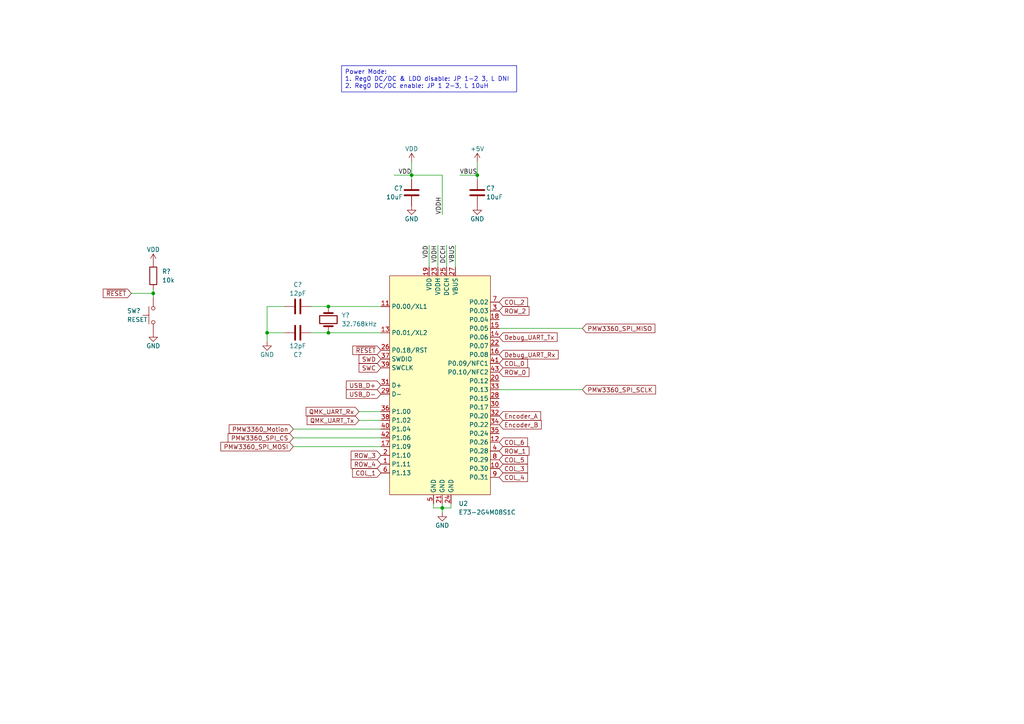
<source format=kicad_sch>
(kicad_sch (version 20230121) (generator eeschema)
  (paper "A4")
  (lib_symbols
    (symbol "Device:C" (pin_numbers hide) (pin_names (offset 0.254))
      (property "Reference" "C" (at 0.635 2.54 0))
      (property "Value" "C" (at 0.635 -2.54 0))
      (symbol "C_0_1"
        (polyline (pts (xy -2.032 -0.762) (xy 2.032 -0.762)) (stroke (width 0.508)))
        (polyline (pts (xy -2.032 0.762) (xy 2.032 0.762)) (stroke (width 0.508)))
      )
      (symbol "C_1_1"
        (pin passive line (at 0 3.81 270) (length 2.794) (name "~") (number "1"))
        (pin passive line (at 0 -3.81 90) (length 2.794) (name "~") (number "2"))
      )
    )
    (symbol "Device:Crystal" (pin_numbers hide) (pin_names (offset 1.016) hide)
      (property "Reference" "Y" (at 0 3.81 0))
      (property "Value" "Crystal" (at 0 -3.81 0))
      (symbol "Crystal_0_1"
        (rectangle (start -1.143 2.54) (end 1.143 -2.54) (stroke (width 0.3048)))
        (polyline (pts (xy -2.54 0) (xy -1.905 0)))
        (polyline (pts (xy -1.905 -1.27) (xy -1.905 1.27)) (stroke (width 0.508)))
        (polyline (pts (xy 1.905 -1.27) (xy 1.905 1.27)) (stroke (width 0.508)))
        (polyline (pts (xy 2.54 0) (xy 1.905 0)))
      )
      (symbol "Crystal_1_1"
        (pin passive line (at -3.81 0 0) (length 1.27) (name "1") (number "1"))
        (pin passive line (at 3.81 0 180) (length 1.27) (name "2") (number "2"))
      )
    )
    (symbol "Device:R" (pin_numbers hide) (pin_names (offset 0))
      (property "Reference" "R" (at 2.032 0 90))
      (property "Value" "R" (at 0 0 90))
      (symbol "R_0_1"
        (rectangle (start -1.016 -2.54) (end 1.016 2.54) (stroke (width 0.254)))
      )
      (symbol "R_1_1"
        (pin passive line (at 0 3.81 270) (length 1.27) (name "~") (number "1"))
        (pin passive line (at 0 -3.81 90) (length 1.27) (name "~") (number "2"))
      )
    )
    (symbol "ErgoSNM_Keyboard_Library:E73-2G4M08S1C"
      (property "Reference" "U" (at 10.16 -34.29 0))
      (property "Value" "E73-2G4M08S1C" (at 12.7 -36.83 0))
      (symbol "E73-2G4M08S1C_0_0"
        (pin bidirectional line (at -17.78 -24.13 0) (length 2.54) (name "P1.11") (number "1"))
        (pin bidirectional line (at 16.51 -25.4 180) (length 2.54) (name "P0.30") (number "10"))
        (pin bidirectional line (at -17.78 21.59 0) (length 2.54) (name "P0.00/XL1") (number "11"))
        (pin bidirectional line (at 16.51 -17.78 180) (length 2.54) (name "P0.26") (number "12"))
        (pin bidirectional line (at -17.78 13.97 0) (length 2.54) (name "P0.01/XL2") (number "13"))
        (pin bidirectional line (at 16.51 12.7 180) (length 2.54) (name "P0.06") (number "14"))
        (pin bidirectional line (at 16.51 15.24 180) (length 2.54) (name "P0.05") (number "15"))
        (pin bidirectional line (at 16.51 7.62 180) (length 2.54) (name "P0.08") (number "16"))
        (pin bidirectional line (at -17.78 -19.05 0) (length 2.54) (name "P1.09") (number "17"))
        (pin bidirectional line (at 16.51 17.78 180) (length 2.54) (name "P0.04") (number "18"))
        (pin power_in line (at -3.81 33.02 270) (length 2.54) (name "VDD") (number "19"))
        (pin bidirectional line (at -17.78 -21.59 0) (length 2.54) (name "P1.10") (number "2"))
        (pin bidirectional line (at 16.51 0 180) (length 2.54) (name "P0.12") (number "20"))
        (pin power_in line (at 0 -35.56 90) (length 2.54) (name "GND") (number "21"))
        (pin bidirectional line (at 16.51 10.16 180) (length 2.54) (name "P0.07") (number "22"))
        (pin power_in line (at -1.27 33.02 270) (length 2.54) (name "VDDH") (number "23"))
        (pin power_in line (at 2.54 -35.56 90) (length 2.54) (name "GND") (number "24"))
        (pin power_in line (at 1.27 33.02 270) (length 2.54) (name "DCCH") (number "25"))
        (pin bidirectional line (at -17.78 8.89 0) (length 2.54) (name "P0.18/RST") (number "26"))
        (pin power_in line (at 3.81 33.02 270) (length 2.54) (name "VBUS") (number "27"))
        (pin bidirectional line (at 16.51 -5.08 180) (length 2.54) (name "P0.15") (number "28"))
        (pin bidirectional line (at -17.78 -3.81 0) (length 2.54) (name "D-") (number "29"))
        (pin bidirectional line (at 16.51 20.32 180) (length 2.54) (name "P0.03") (number "3"))
        (pin bidirectional line (at 16.51 -7.62 180) (length 2.54) (name "P0.17") (number "30"))
        (pin bidirectional line (at -17.78 -1.27 0) (length 2.54) (name "D+") (number "31"))
        (pin bidirectional line (at 16.51 -10.16 180) (length 2.54) (name "P0.20") (number "32"))
        (pin bidirectional line (at 16.51 -2.54 180) (length 2.54) (name "P0.13") (number "33"))
        (pin bidirectional line (at 16.51 -12.7 180) (length 2.54) (name "P0.22") (number "34"))
        (pin bidirectional line (at 16.51 -15.24 180) (length 2.54) (name "P0.24") (number "35"))
        (pin bidirectional line (at -17.78 -8.89 0) (length 2.54) (name "P1.00") (number "36"))
        (pin bidirectional line (at -17.78 6.35 0) (length 2.54) (name "SWDIO") (number "37"))
        (pin bidirectional line (at -17.78 -11.43 0) (length 2.54) (name "P1.02") (number "38"))
        (pin bidirectional line (at -17.78 3.81 0) (length 2.54) (name "SWCLK") (number "39"))
        (pin bidirectional line (at 16.51 -20.32 180) (length 2.54) (name "P0.28") (number "4"))
        (pin bidirectional line (at -17.78 -13.97 0) (length 2.54) (name "P1.04") (number "40"))
        (pin bidirectional line (at 16.51 5.08 180) (length 2.54) (name "P0.09/NFC1") (number "41"))
        (pin bidirectional line (at -17.78 -16.51 0) (length 2.54) (name "P1.06") (number "42"))
        (pin bidirectional line (at 16.51 2.54 180) (length 2.54) (name "P0.10/NFC2") (number "43"))
        (pin power_in line (at -2.54 -35.56 90) (length 2.54) (name "GND") (number "5"))
        (pin bidirectional line (at -17.78 -26.67 0) (length 2.54) (name "P1.13") (number "6"))
        (pin bidirectional line (at 16.51 22.86 180) (length 2.54) (name "P0.02") (number "7"))
        (pin bidirectional line (at 16.51 -22.86 180) (length 2.54) (name "P0.29") (number "8"))
        (pin bidirectional line (at 16.51 -27.94 180) (length 2.54) (name "P0.31") (number "9"))
      )
      (symbol "E73-2G4M08S1C_1_1"
        (rectangle (start -15.24 30.48) (end 13.97 -33.02) (fill (type background)))
      )
    )
    (symbol "Switch:SW_Push" (pin_numbers hide) (pin_names (offset 1.016) hide)
      (property "Reference" "SW2" (at -8.89 1.27 90))
      (property "Value" "RESET" (at -8.89 -1.27 90))
      (symbol "SW_Push_0_1"
        (circle (center -2.032 0) (radius 0.508))
        (polyline (pts (xy 0 1.27) (xy 0 3.048)))
        (polyline (pts (xy 2.54 1.27) (xy -2.54 1.27)))
        (circle (center 2.032 0) (radius 0.508))
        (pin passive line (at -5.08 0 0) (length 2.54) (name "1") (number "1"))
        (pin passive line (at 5.08 0 180) (length 2.54) (name "2") (number "2"))
      )
    )
    (symbol "power:+5V" (power) (pin_names (offset 0))
      (property "Value" "+5V" (at 0 3.556 0))
      (symbol "+5V_0_1"
        (polyline (pts (xy -0.762 1.27) (xy 0 2.54)))
        (polyline (pts (xy 0 0) (xy 0 2.54)))
        (polyline (pts (xy 0 2.54) (xy 0.762 1.27)))
      )
      (symbol "+5V_1_1"
        (pin power_in line (at 0 0 90) (length 0) hide (name "+5V") (number "1"))
      )
    )
    (symbol "power:GND" (power) (pin_names (offset 0))
      (property "Value" "GND" (at 0 -3.81 0))
      (symbol "GND_0_1"
        (polyline (pts (xy 0 0) (xy 0 -1.27) (xy 1.27 -1.27) (xy 0 -2.54) (xy -1.27 -1.27) (xy 0 -1.27)))
      )
      (symbol "GND_1_1"
        (pin power_in line (at 0 0 270) (length 0) hide (name "GND") (number "1"))
      )
    )
    (symbol "power:VDD" (power) (pin_names (offset 0))
      (property "Value" "VDD" (at 0 3.81 0))
      (symbol "VDD_0_1"
        (polyline (pts (xy -0.762 1.27) (xy 0 2.54)))
        (polyline (pts (xy 0 0) (xy 0 2.54)))
        (polyline (pts (xy 0 2.54) (xy 0.762 1.27)))
      )
      (symbol "VDD_1_1"
        (pin power_in line (at 0 0 90) (length 0) hide (name "VDD") (number "1"))
      )
    )
  )
  (junction (at 119.38 50.8))
  (junction (at 44.45 85.09))
  (junction (at 95.25 96.52))
  (junction (at 95.25 88.9))
  (junction (at 77.47 96.52))
  (junction (at 128.27 147.32))
  (junction (at 138.43 50.8))
  (wire (pts (xy 77.47 99.06) (xy 77.47 96.52)))
  (wire (pts (xy 138.43 50.8) (xy 138.43 52.07)))
  (wire (pts (xy 104.14 121.92) (xy 110.49 121.92)))
  (wire (pts (xy 119.38 52.07) (xy 119.38 50.8)))
  (wire (pts (xy 77.47 88.9) (xy 77.47 96.52)))
  (wire (pts (xy 130.81 146.05) (xy 130.81 147.32)))
  (wire (pts (xy 95.25 96.52) (xy 110.49 96.52)))
  (wire (pts (xy 128.27 147.32) (xy 128.27 148.59)))
  (wire (pts (xy 125.73 146.05) (xy 125.73 147.32)))
  (wire (pts (xy 132.08 71.12) (xy 132.08 77.47)))
  (wire (pts (xy 124.46 71.12) (xy 124.46 77.47)))
  (wire (pts (xy 44.45 86.36) (xy 44.45 85.09)))
  (wire (pts (xy 85.09 124.46) (xy 110.49 124.46)))
  (wire (pts (xy 44.45 85.09) (xy 44.45 83.82)))
  (wire (pts (xy 104.14 119.38) (xy 110.49 119.38)))
  (wire (pts (xy 82.55 96.52) (xy 77.47 96.52)))
  (wire (pts (xy 168.91 113.03) (xy 144.78 113.03)))
  (wire (pts (xy 138.43 46.99) (xy 138.43 50.8)))
  (wire (pts (xy 95.25 88.9) (xy 110.49 88.9)))
  (wire (pts (xy 128.27 146.05) (xy 128.27 147.32)))
  (wire (pts (xy 127 71.12) (xy 127 77.47)))
  (wire (pts (xy 168.91 95.25) (xy 144.78 95.25)))
  (wire (pts (xy 129.54 71.12) (xy 129.54 77.47)))
  (wire (pts (xy 119.38 50.8) (xy 114.3 50.8)))
  (wire (pts (xy 125.73 147.32) (xy 128.27 147.32)))
  (wire (pts (xy 138.43 50.8) (xy 133.35 50.8)))
  (wire (pts (xy 90.17 88.9) (xy 95.25 88.9)))
  (wire (pts (xy 119.38 46.99) (xy 119.38 50.8)))
  (wire (pts (xy 85.09 129.54) (xy 110.49 129.54)))
  (wire (pts (xy 85.09 127) (xy 110.49 127)))
  (wire (pts (xy 119.38 50.8) (xy 128.27 50.8)))
  (wire (pts (xy 90.17 96.52) (xy 95.25 96.52)))
  (wire (pts (xy 82.55 88.9) (xy 77.47 88.9)))
  (wire (pts (xy 128.27 147.32) (xy 130.81 147.32)))
  (wire (pts (xy 128.27 50.8) (xy 128.27 62.23)))
  (wire (pts (xy 38.1 85.09) (xy 44.45 85.09)))
  (text_box "Power Mode:\n1. Reg0 DC/DC & LDO disable: JP 1-2 3, L DNI\n2. Reg0 DC/DC enable: JP 1 2-3, L 10uH" (at 99.06 19.05 0) (size 50.8 7.62) (effects (font (size 1.27 1.27)) (justify left top)))
  (label "VBUS" (at 132.08 71.12 270))
  (label "VDD" (at 124.46 71.12 270))
  (label "DCCH" (at 129.54 71.12 270))
  (label "VDDH" (at 128.27 62.23 90))
  (label "VBUS" (at 138.43 50.8 180))
  (label "VDDH" (at 127 71.12 270))
  (label "VDD" (at 119.38 50.8 180))
  (global_label "SWC" (shape input) (at 110.49 106.68 180) (property "Intersheetrefs" "${INTERSHEET_REFS}" (effects hide)))
  (global_label "COL_5" (shape input) (at 144.78 133.35 0) (property "Intersheetrefs" "${INTERSHEET_REFS}" (effects hide)))
  (global_label "COL_4" (shape input) (at 144.78 138.43 0) (property "Intersheetrefs" "${INTERSHEET_REFS}" (effects hide)))
  (global_label "ROW_4" (shape input) (at 110.49 134.62 180) (property "Intersheetrefs" "${INTERSHEET_REFS}" (effects hide)))
  (global_label "COL_2" (shape input) (at 144.78 87.63 0) (property "Intersheetrefs" "${INTERSHEET_REFS}" (effects hide)))
  (global_label "PMW3360_Motion" (shape input) (at 85.09 124.46 180) (property "Intersheetrefs" "${INTERSHEET_REFS}" (effects hide)))
  (global_label "Encoder_A" (shape input) (at 144.78 120.65 0) (property "Intersheetrefs" "${INTERSHEET_REFS}" (effects hide)))
  (global_label "PMW3360_SPI_MOSI" (shape input) (at 85.09 129.54 180) (property "Intersheetrefs" "${INTERSHEET_REFS}" (effects hide)))
  (global_label "COL_3" (shape input) (at 144.78 135.89 0) (property "Intersheetrefs" "${INTERSHEET_REFS}" (effects hide)))
  (global_label "PMW3360_SPI_CS" (shape input) (at 85.09 127 180) (property "Intersheetrefs" "${INTERSHEET_REFS}" (effects hide)))
  (global_label "ROW_0" (shape input) (at 144.78 107.95 0) (property "Intersheetrefs" "${INTERSHEET_REFS}" (effects hide)))
  (global_label "Debug_UART_Rx" (shape input) (at 144.78 102.87 0) (property "Intersheetrefs" "${INTERSHEET_REFS}" (effects hide)))
  (global_label "ROW_1" (shape input) (at 144.78 130.81 0) (property "Intersheetrefs" "${INTERSHEET_REFS}" (effects hide)))
  (global_label "ROW_2" (shape input) (at 144.78 90.17 0) (property "Intersheetrefs" "${INTERSHEET_REFS}" (effects hide)))
  (global_label "COL_6" (shape input) (at 144.78 128.27 0) (property "Intersheetrefs" "${INTERSHEET_REFS}" (effects hide)))
  (global_label "ROW_3" (shape input) (at 110.49 132.08 180) (property "Intersheetrefs" "${INTERSHEET_REFS}" (effects hide)))
  (global_label "Debug_UART_Tx" (shape input) (at 144.78 97.79 0) (property "Intersheetrefs" "${INTERSHEET_REFS}" (effects hide)))
  (global_label "PMW3360_SPI_SCLK" (shape input) (at 168.91 113.03 0) (property "Intersheetrefs" "${INTERSHEET_REFS}" (effects hide)))
  (global_label "SWD" (shape input) (at 110.49 104.14 180) (property "Intersheetrefs" "${INTERSHEET_REFS}" (effects hide)))
  (global_label "~{RESET}" (shape input) (at 110.49 101.6 180) (property "Intersheetrefs" "${INTERSHEET_REFS}" (effects hide)))
  (global_label "QMK_UART_Rx" (shape input) (at 104.14 119.38 180) (property "Intersheetrefs" "${INTERSHEET_REFS}" (effects hide)))
  (global_label "Encoder_B" (shape input) (at 144.78 123.19 0) (property "Intersheetrefs" "${INTERSHEET_REFS}" (effects hide)))
  (global_label "PMW3360_SPI_MISO" (shape input) (at 168.91 95.25 0) (property "Intersheetrefs" "${INTERSHEET_REFS}" (effects hide)))
  (global_label "~{RESET}" (shape input) (at 38.1 85.09 180) (property "Intersheetrefs" "${INTERSHEET_REFS}" (effects hide)))
  (global_label "USB_D-" (shape input) (at 110.49 114.3 180) (property "Intersheetrefs" "${INTERSHEET_REFS}" (effects hide)))
  (global_label "COL_1" (shape input) (at 110.49 137.16 180) (property "Intersheetrefs" "${INTERSHEET_REFS}" (effects hide)))
  (global_label "COL_0" (shape input) (at 144.78 105.41 0) (property "Intersheetrefs" "${INTERSHEET_REFS}" (effects hide)))
  (global_label "QMK_UART_Tx" (shape input) (at 104.14 121.92 180) (property "Intersheetrefs" "${INTERSHEET_REFS}" (effects hide)))
  (global_label "USB_D+" (shape input) (at 110.49 111.76 180) (property "Intersheetrefs" "${INTERSHEET_REFS}" (effects hide)))
  (symbol (lib_id "power:GND") (at 77.47 99.06 0) (unit 1)
    (property "Reference" "#PWR?" (effects hide))
    (property "Value" "GND" (at 77.47 102.87 0))
    (instances (project "nrf52840" (path "" (reference "#PWR?") (unit 1))) (project "ErgoSNM_v3_right" (path "" (reference "#PWR024") (unit 1))))
  )
  (symbol (lib_id "Device:Crystal") (at 95.25 92.71 90) (unit 1)
    (property "Reference" "Y?" (at 99.06 91.44 90) (effects (justify right)))
    (property "Value" "32.768kHz" (at 99.06 93.98 90) (effects (justify right)))
    (property "Footprint" "Crystal:Crystal_SMD_3215-2Pin_3.2x1.5mm" (effects hide))
    (instances (project "nrf52840" (path "" (reference "Y?") (unit 1))) (project "ErgoSNM_v3_right" (path "" (reference "Y1") (unit 1))))
  )
  (symbol (lib_id "power:VDD") (at 44.45 76.2 0) (unit 1)
    (property "Reference" "#PWR?" (effects hide))
    (property "Value" "VDD" (at 44.45 72.39 0))
    (instances (project "ErgoSNM_v3_right" (path "" (reference "#PWR?") (unit 1)) (path "" (reference "#PWR022") (unit 1))))
  )
  (symbol (lib_id "power:+5V") (at 138.43 46.99 0) (unit 1)
    (property "Reference" "#PWR?" (effects hide))
    (property "Value" "+5V" (at 138.43 43.18 0))
    (instances (project "nrf52840" (path "" (reference "#PWR?") (unit 1))) (project "ErgoSNM_v3_right" (path "" (reference "#PWR?") (unit 1)) (path "" (reference "#PWR019") (unit 1))))
  )
  (symbol (lib_id "ErgoSNM_Keyboard_Library:E73-2G4M08S1C") (at 128.27 110.49 0) (unit 1)
    (property "Reference" "U2" (at 133.0041 146.05 0) (effects (justify left)))
    (property "Value" "E73-2G4M08S1C" (at 133.0041 148.59 0) (effects (justify left)))
    (property "Footprint" "ErgoSNM_Keyboard:E73-2G4M08S1C-52840" (effects hide))
  )
  (symbol (lib_id "power:GND") (at 119.38 59.69 0) (unit 1)
    (property "Reference" "#PWR?" (effects hide))
    (property "Value" "GND" (at 119.38 63.5 0))
    (instances (project "nrf52840" (path "" (reference "#PWR?") (unit 1))) (project "ErgoSNM_v3_right" (path "" (reference "#PWR020") (unit 1))))
  )
  (symbol (lib_id "Device:C") (at 138.43 55.88 0) (unit 1)
    (property "Reference" "C?" (at 140.97 54.61 0) (effects (justify left)))
    (property "Value" "10uF" (at 140.97 57.15 0) (effects (justify left)))
    (property "Footprint" "Capacitor_SMD:C_0603_1608Metric" (effects hide))
    (instances (project "" (path "" (reference "C?") (unit 1))) (project "nrf52840" (path "" (reference "C?") (unit 1))) (project "ErgoSNM_v3_right" (path "" (reference "C4") (unit 1))))
  )
  (symbol (lib_id "Device:C") (at 119.38 55.88 0) (mirror y) (unit 1)
    (property "Reference" "C?" (at 116.84 54.61 0) (effects (justify left)))
    (property "Value" "10uF" (at 116.84 57.15 0) (effects (justify left)))
    (property "Footprint" "Capacitor_SMD:C_0603_1608Metric" (effects hide))
    (instances (project "" (path "" (reference "C?") (unit 1))) (project "nrf52840" (path "" (reference "C?") (unit 1))) (project "ErgoSNM_v3_right" (path "" (reference "C3") (unit 1))))
  )
  (symbol (lib_id "Switch:SW_Push") (at 44.45 91.44 90) (unit 1)
    (property "Reference" "SW?" (at 36.83 90.17 90) (effects (justify right)))
    (property "Value" "RESET" (at 36.83 92.71 90) (effects (justify right)))
    (property "Footprint" "Button_Switch_SMD:SW_SPST_TL3342" (effects hide))
    (property "MFR. Part #" "TS-1187A-B-A-B" (effects hide))
    (property "LCSC" "C318884" (effects hide))
    (instances (project "ErgoSNM_v3_right" (path "" (reference "SW?") (unit 1)) (path "" (reference "SW2") (unit 1))))
  )
  (symbol (lib_id "power:GND") (at 128.27 148.59 0) (unit 1)
    (property "Reference" "#PWR?" (effects hide))
    (property "Value" "GND" (at 128.27 152.4 0))
    (instances (project "nrf52840" (path "" (reference "#PWR?") (unit 1))) (project "ErgoSNM_v3_right" (path "" (reference "#PWR025") (unit 1))))
  )
  (symbol (lib_id "Device:C") (at 86.36 88.9 270) (mirror x) (unit 1)
    (property "Reference" "C?" (at 86.36 82.55 90))
    (property "Value" "12pF" (at 86.36 85.09 90))
    (property "Footprint" "Capacitor_SMD:C_0603_1608Metric" (effects hide))
    (instances (project "nrf52840" (path "" (reference "C?") (unit 1))) (project "ErgoSNM_v3_right" (path "" (reference "C5") (unit 1))))
  )
  (symbol (lib_id "power:GND") (at 138.43 59.69 0) (unit 1)
    (property "Reference" "#PWR?" (effects hide))
    (property "Value" "GND" (at 138.43 63.5 0))
    (instances (project "nrf52840" (path "" (reference "#PWR?") (unit 1))) (project "ErgoSNM_v3_right" (path "" (reference "#PWR021") (unit 1))))
  )
  (symbol (lib_id "Device:R") (at 44.45 80.01 0) (unit 1)
    (property "Reference" "R?" (at 46.99 78.7399 0) (effects (justify left)))
    (property "Value" "10k" (at 46.99 81.2799 0) (effects (justify left)))
    (property "Footprint" "Resistor_SMD:R_0603_1608Metric" (effects hide))
    (property "MFR. Part #" "0402WGF1002TCE " (effects hide))
    (property "LCSC" "C25744" (effects hide))
    (instances (project "ErgoSNM_v3_right" (path "" (reference "R?") (unit 1)) (path "" (reference "R5") (unit 1))))
  )
  (symbol (lib_id "power:GND") (at 44.45 96.52 0) (unit 1)
    (property "Reference" "#PWR?" (effects hide))
    (property "Value" "GND" (at 44.45 100.33 0))
    (instances (project "ErgoSNM_v3_right" (path "" (reference "#PWR?") (unit 1)) (path "" (reference "#PWR023") (unit 1))))
  )
  (symbol (lib_id "power:VDD") (at 119.38 46.99 0) (unit 1)
    (property "Reference" "#PWR?" (effects hide))
    (property "Value" "VDD" (at 119.38 43.18 0))
    (instances (project "ErgoSNM_v3_right" (path "" (reference "#PWR?") (unit 1)) (path "" (reference "#PWR018") (unit 1))))
  )
  (symbol (lib_id "Device:C") (at 86.36 96.52 90) (unit 1)
    (property "Reference" "C?" (at 86.36 102.87 90))
    (property "Value" "12pF" (at 86.36 100.33 90))
    (property "Footprint" "Capacitor_SMD:C_0603_1608Metric" (effects hide))
    (instances (project "nrf52840" (path "" (reference "C?") (unit 1))) (project "ErgoSNM_v3_right" (path "" (reference "C6") (unit 1))))
  )
)
</source>
